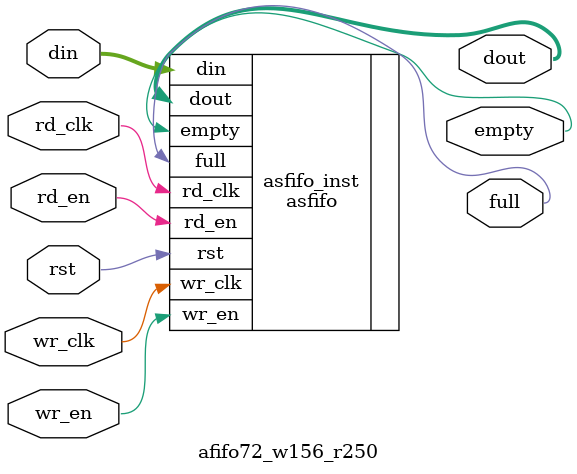
<source format=v>
`default_nettype none
module afifo72_w156_r250 (
	input wire rst,
	input wire wr_clk,
	input wire rd_clk,
	input wire [71:0] din,
	input wire wr_en,
	input wire rd_en,
	output wire [71:0] dout,
	output wire full,
	output wire empty
);

asfifo # (
	.DATA_WIDTH(72),
	.ADDRESS_WIDTH(12)
) asfifo_inst (
	.dout(dout), 
	.empty(empty),
	.rd_en(rd_en),
	.rd_clk(rd_clk),        
	.din(din),  
	.full(full),
	.wr_en(wr_en),
	.wr_clk(wr_clk),
	.rst(rst)
);

endmodule
`default_nettype wire

</source>
